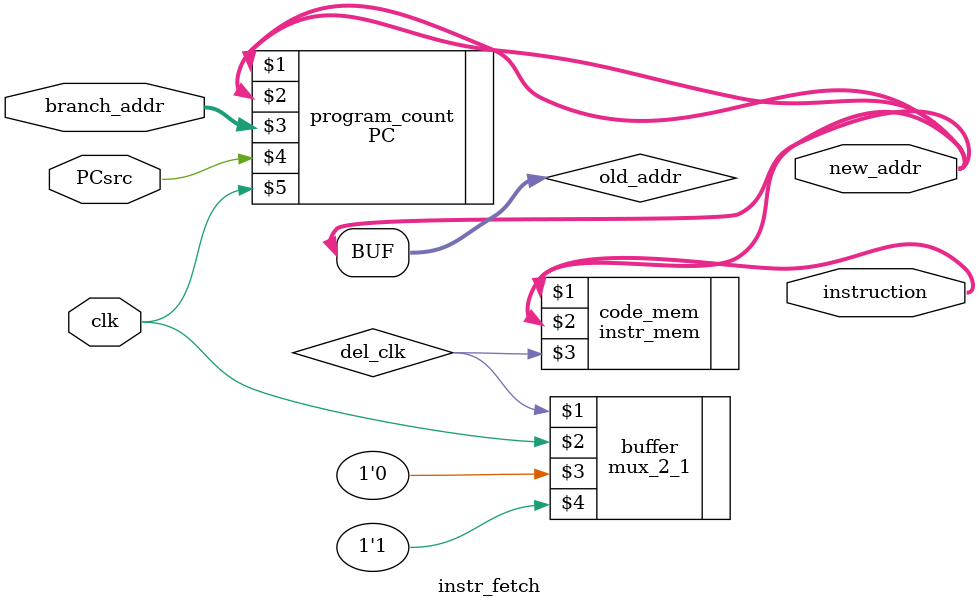
<source format=sv>
module instr_fetch (
	output logic [31:0] instruction, new_addr,
	input bit PCsrc,
	input logic [31:0] branch_addr,
	input logic clk
);
	logic [31:0] old_addr;
	bit del_clk; // delayed clock
	
	PC program_count(new_addr, old_addr, branch_addr, PCsrc, clk);
	mux_2_1 #(1) buffer(del_clk, clk, 1'b0, 1'b1);
	instr_mem code_mem(instruction, old_addr, del_clk);

	assign old_addr = new_addr;
    
endmodule
</source>
